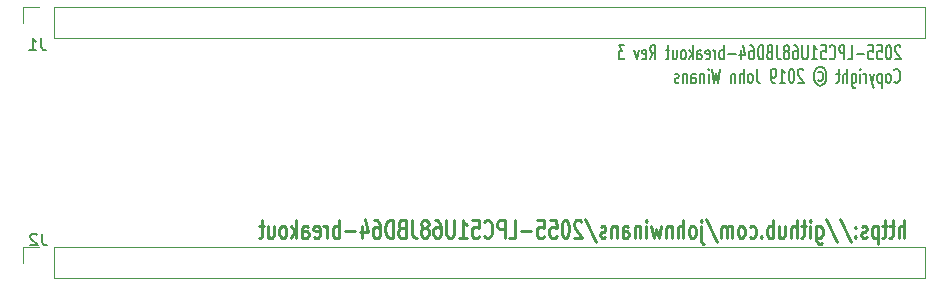
<source format=gbo>
G04 #@! TF.GenerationSoftware,KiCad,Pcbnew,5.1.3-ffb9f22~84~ubuntu18.04.1*
G04 #@! TF.CreationDate,2019-07-27T16:59:01-05:00*
G04 #@! TF.ProjectId,2055-LPC51U68JBD64-breakout,32303535-2d4c-4504-9335-315536384a42,rev?*
G04 #@! TF.SameCoordinates,Original*
G04 #@! TF.FileFunction,Legend,Bot*
G04 #@! TF.FilePolarity,Positive*
%FSLAX46Y46*%
G04 Gerber Fmt 4.6, Leading zero omitted, Abs format (unit mm)*
G04 Created by KiCad (PCBNEW 5.1.3-ffb9f22~84~ubuntu18.04.1) date 2019-07-27 16:59:01*
%MOMM*%
%LPD*%
G04 APERTURE LIST*
%ADD10C,0.275000*%
%ADD11C,0.200000*%
%ADD12C,0.120000*%
%ADD13C,0.150000*%
%ADD14O,2.776200X1.776200*%
%ADD15O,1.726200X1.176200*%
%ADD16R,1.776200X1.776200*%
%ADD17O,1.776200X1.776200*%
%ADD18C,2.276200*%
%ADD19R,2.276200X2.276200*%
G04 APERTURE END LIST*
D10*
X187004095Y-109136571D02*
X187004095Y-107636571D01*
X186532666Y-109136571D02*
X186532666Y-108350857D01*
X186585047Y-108208000D01*
X186689809Y-108136571D01*
X186846952Y-108136571D01*
X186951714Y-108208000D01*
X187004095Y-108279428D01*
X186166000Y-108136571D02*
X185746952Y-108136571D01*
X186008857Y-107636571D02*
X186008857Y-108922285D01*
X185956476Y-109065142D01*
X185851714Y-109136571D01*
X185746952Y-109136571D01*
X185537428Y-108136571D02*
X185118380Y-108136571D01*
X185380285Y-107636571D02*
X185380285Y-108922285D01*
X185327904Y-109065142D01*
X185223142Y-109136571D01*
X185118380Y-109136571D01*
X184751714Y-108136571D02*
X184751714Y-109636571D01*
X184751714Y-108208000D02*
X184646952Y-108136571D01*
X184437428Y-108136571D01*
X184332666Y-108208000D01*
X184280285Y-108279428D01*
X184227904Y-108422285D01*
X184227904Y-108850857D01*
X184280285Y-108993714D01*
X184332666Y-109065142D01*
X184437428Y-109136571D01*
X184646952Y-109136571D01*
X184751714Y-109065142D01*
X183808857Y-109065142D02*
X183704095Y-109136571D01*
X183494571Y-109136571D01*
X183389809Y-109065142D01*
X183337428Y-108922285D01*
X183337428Y-108850857D01*
X183389809Y-108708000D01*
X183494571Y-108636571D01*
X183651714Y-108636571D01*
X183756476Y-108565142D01*
X183808857Y-108422285D01*
X183808857Y-108350857D01*
X183756476Y-108208000D01*
X183651714Y-108136571D01*
X183494571Y-108136571D01*
X183389809Y-108208000D01*
X182866000Y-108993714D02*
X182813619Y-109065142D01*
X182866000Y-109136571D01*
X182918380Y-109065142D01*
X182866000Y-108993714D01*
X182866000Y-109136571D01*
X182866000Y-108208000D02*
X182813619Y-108279428D01*
X182866000Y-108350857D01*
X182918380Y-108279428D01*
X182866000Y-108208000D01*
X182866000Y-108350857D01*
X181556476Y-107565142D02*
X182499333Y-109493714D01*
X180404095Y-107565142D02*
X181346952Y-109493714D01*
X179566000Y-108136571D02*
X179566000Y-109350857D01*
X179618380Y-109493714D01*
X179670761Y-109565142D01*
X179775523Y-109636571D01*
X179932666Y-109636571D01*
X180037428Y-109565142D01*
X179566000Y-109065142D02*
X179670761Y-109136571D01*
X179880285Y-109136571D01*
X179985047Y-109065142D01*
X180037428Y-108993714D01*
X180089809Y-108850857D01*
X180089809Y-108422285D01*
X180037428Y-108279428D01*
X179985047Y-108208000D01*
X179880285Y-108136571D01*
X179670761Y-108136571D01*
X179566000Y-108208000D01*
X179042190Y-109136571D02*
X179042190Y-108136571D01*
X179042190Y-107636571D02*
X179094571Y-107708000D01*
X179042190Y-107779428D01*
X178989809Y-107708000D01*
X179042190Y-107636571D01*
X179042190Y-107779428D01*
X178675523Y-108136571D02*
X178256476Y-108136571D01*
X178518380Y-107636571D02*
X178518380Y-108922285D01*
X178466000Y-109065142D01*
X178361238Y-109136571D01*
X178256476Y-109136571D01*
X177889809Y-109136571D02*
X177889809Y-107636571D01*
X177418380Y-109136571D02*
X177418380Y-108350857D01*
X177470761Y-108208000D01*
X177575523Y-108136571D01*
X177732666Y-108136571D01*
X177837428Y-108208000D01*
X177889809Y-108279428D01*
X176423142Y-108136571D02*
X176423142Y-109136571D01*
X176894571Y-108136571D02*
X176894571Y-108922285D01*
X176842190Y-109065142D01*
X176737428Y-109136571D01*
X176580285Y-109136571D01*
X176475523Y-109065142D01*
X176423142Y-108993714D01*
X175899333Y-109136571D02*
X175899333Y-107636571D01*
X175899333Y-108208000D02*
X175794571Y-108136571D01*
X175585047Y-108136571D01*
X175480285Y-108208000D01*
X175427904Y-108279428D01*
X175375523Y-108422285D01*
X175375523Y-108850857D01*
X175427904Y-108993714D01*
X175480285Y-109065142D01*
X175585047Y-109136571D01*
X175794571Y-109136571D01*
X175899333Y-109065142D01*
X174904095Y-108993714D02*
X174851714Y-109065142D01*
X174904095Y-109136571D01*
X174956476Y-109065142D01*
X174904095Y-108993714D01*
X174904095Y-109136571D01*
X173908857Y-109065142D02*
X174013619Y-109136571D01*
X174223142Y-109136571D01*
X174327904Y-109065142D01*
X174380285Y-108993714D01*
X174432666Y-108850857D01*
X174432666Y-108422285D01*
X174380285Y-108279428D01*
X174327904Y-108208000D01*
X174223142Y-108136571D01*
X174013619Y-108136571D01*
X173908857Y-108208000D01*
X173280285Y-109136571D02*
X173385047Y-109065142D01*
X173437428Y-108993714D01*
X173489809Y-108850857D01*
X173489809Y-108422285D01*
X173437428Y-108279428D01*
X173385047Y-108208000D01*
X173280285Y-108136571D01*
X173123142Y-108136571D01*
X173018380Y-108208000D01*
X172966000Y-108279428D01*
X172913619Y-108422285D01*
X172913619Y-108850857D01*
X172966000Y-108993714D01*
X173018380Y-109065142D01*
X173123142Y-109136571D01*
X173280285Y-109136571D01*
X172442190Y-109136571D02*
X172442190Y-108136571D01*
X172442190Y-108279428D02*
X172389809Y-108208000D01*
X172285047Y-108136571D01*
X172127904Y-108136571D01*
X172023142Y-108208000D01*
X171970761Y-108350857D01*
X171970761Y-109136571D01*
X171970761Y-108350857D02*
X171918380Y-108208000D01*
X171813619Y-108136571D01*
X171656476Y-108136571D01*
X171551714Y-108208000D01*
X171499333Y-108350857D01*
X171499333Y-109136571D01*
X170189809Y-107565142D02*
X171132666Y-109493714D01*
X169823142Y-108136571D02*
X169823142Y-109422285D01*
X169875523Y-109565142D01*
X169980285Y-109636571D01*
X170032666Y-109636571D01*
X169823142Y-107636571D02*
X169875523Y-107708000D01*
X169823142Y-107779428D01*
X169770761Y-107708000D01*
X169823142Y-107636571D01*
X169823142Y-107779428D01*
X169142190Y-109136571D02*
X169246952Y-109065142D01*
X169299333Y-108993714D01*
X169351714Y-108850857D01*
X169351714Y-108422285D01*
X169299333Y-108279428D01*
X169246952Y-108208000D01*
X169142190Y-108136571D01*
X168985047Y-108136571D01*
X168880285Y-108208000D01*
X168827904Y-108279428D01*
X168775523Y-108422285D01*
X168775523Y-108850857D01*
X168827904Y-108993714D01*
X168880285Y-109065142D01*
X168985047Y-109136571D01*
X169142190Y-109136571D01*
X168304095Y-109136571D02*
X168304095Y-107636571D01*
X167832666Y-109136571D02*
X167832666Y-108350857D01*
X167885047Y-108208000D01*
X167989809Y-108136571D01*
X168146952Y-108136571D01*
X168251714Y-108208000D01*
X168304095Y-108279428D01*
X167308857Y-108136571D02*
X167308857Y-109136571D01*
X167308857Y-108279428D02*
X167256476Y-108208000D01*
X167151714Y-108136571D01*
X166994571Y-108136571D01*
X166889809Y-108208000D01*
X166837428Y-108350857D01*
X166837428Y-109136571D01*
X166418380Y-108136571D02*
X166208857Y-109136571D01*
X165999333Y-108422285D01*
X165789809Y-109136571D01*
X165580285Y-108136571D01*
X165161238Y-109136571D02*
X165161238Y-108136571D01*
X165161238Y-107636571D02*
X165213619Y-107708000D01*
X165161238Y-107779428D01*
X165108857Y-107708000D01*
X165161238Y-107636571D01*
X165161238Y-107779428D01*
X164637428Y-108136571D02*
X164637428Y-109136571D01*
X164637428Y-108279428D02*
X164585047Y-108208000D01*
X164480285Y-108136571D01*
X164323142Y-108136571D01*
X164218380Y-108208000D01*
X164166000Y-108350857D01*
X164166000Y-109136571D01*
X163170761Y-109136571D02*
X163170761Y-108350857D01*
X163223142Y-108208000D01*
X163327904Y-108136571D01*
X163537428Y-108136571D01*
X163642190Y-108208000D01*
X163170761Y-109065142D02*
X163275523Y-109136571D01*
X163537428Y-109136571D01*
X163642190Y-109065142D01*
X163694571Y-108922285D01*
X163694571Y-108779428D01*
X163642190Y-108636571D01*
X163537428Y-108565142D01*
X163275523Y-108565142D01*
X163170761Y-108493714D01*
X162646952Y-108136571D02*
X162646952Y-109136571D01*
X162646952Y-108279428D02*
X162594571Y-108208000D01*
X162489809Y-108136571D01*
X162332666Y-108136571D01*
X162227904Y-108208000D01*
X162175523Y-108350857D01*
X162175523Y-109136571D01*
X161704095Y-109065142D02*
X161599333Y-109136571D01*
X161389809Y-109136571D01*
X161285047Y-109065142D01*
X161232666Y-108922285D01*
X161232666Y-108850857D01*
X161285047Y-108708000D01*
X161389809Y-108636571D01*
X161546952Y-108636571D01*
X161651714Y-108565142D01*
X161704095Y-108422285D01*
X161704095Y-108350857D01*
X161651714Y-108208000D01*
X161546952Y-108136571D01*
X161389809Y-108136571D01*
X161285047Y-108208000D01*
X159975523Y-107565142D02*
X160918380Y-109493714D01*
X159661238Y-107779428D02*
X159608857Y-107708000D01*
X159504095Y-107636571D01*
X159242190Y-107636571D01*
X159137428Y-107708000D01*
X159085047Y-107779428D01*
X159032666Y-107922285D01*
X159032666Y-108065142D01*
X159085047Y-108279428D01*
X159713619Y-109136571D01*
X159032666Y-109136571D01*
X158351714Y-107636571D02*
X158246952Y-107636571D01*
X158142190Y-107708000D01*
X158089809Y-107779428D01*
X158037428Y-107922285D01*
X157985047Y-108208000D01*
X157985047Y-108565142D01*
X158037428Y-108850857D01*
X158089809Y-108993714D01*
X158142190Y-109065142D01*
X158246952Y-109136571D01*
X158351714Y-109136571D01*
X158456476Y-109065142D01*
X158508857Y-108993714D01*
X158561238Y-108850857D01*
X158613619Y-108565142D01*
X158613619Y-108208000D01*
X158561238Y-107922285D01*
X158508857Y-107779428D01*
X158456476Y-107708000D01*
X158351714Y-107636571D01*
X156989809Y-107636571D02*
X157513619Y-107636571D01*
X157565999Y-108350857D01*
X157513619Y-108279428D01*
X157408857Y-108208000D01*
X157146952Y-108208000D01*
X157042190Y-108279428D01*
X156989809Y-108350857D01*
X156937428Y-108493714D01*
X156937428Y-108850857D01*
X156989809Y-108993714D01*
X157042190Y-109065142D01*
X157146952Y-109136571D01*
X157408857Y-109136571D01*
X157513619Y-109065142D01*
X157565999Y-108993714D01*
X155942190Y-107636571D02*
X156465999Y-107636571D01*
X156518380Y-108350857D01*
X156465999Y-108279428D01*
X156361238Y-108208000D01*
X156099333Y-108208000D01*
X155994571Y-108279428D01*
X155942190Y-108350857D01*
X155889809Y-108493714D01*
X155889809Y-108850857D01*
X155942190Y-108993714D01*
X155994571Y-109065142D01*
X156099333Y-109136571D01*
X156361238Y-109136571D01*
X156465999Y-109065142D01*
X156518380Y-108993714D01*
X155418380Y-108565142D02*
X154580285Y-108565142D01*
X153532666Y-109136571D02*
X154056476Y-109136571D01*
X154056476Y-107636571D01*
X153165999Y-109136571D02*
X153165999Y-107636571D01*
X152746952Y-107636571D01*
X152642190Y-107708000D01*
X152589809Y-107779428D01*
X152537428Y-107922285D01*
X152537428Y-108136571D01*
X152589809Y-108279428D01*
X152642190Y-108350857D01*
X152746952Y-108422285D01*
X153165999Y-108422285D01*
X151437428Y-108993714D02*
X151489809Y-109065142D01*
X151646952Y-109136571D01*
X151751714Y-109136571D01*
X151908857Y-109065142D01*
X152013619Y-108922285D01*
X152065999Y-108779428D01*
X152118380Y-108493714D01*
X152118380Y-108279428D01*
X152065999Y-107993714D01*
X152013619Y-107850857D01*
X151908857Y-107708000D01*
X151751714Y-107636571D01*
X151646952Y-107636571D01*
X151489809Y-107708000D01*
X151437428Y-107779428D01*
X150442190Y-107636571D02*
X150965999Y-107636571D01*
X151018380Y-108350857D01*
X150965999Y-108279428D01*
X150861238Y-108208000D01*
X150599333Y-108208000D01*
X150494571Y-108279428D01*
X150442190Y-108350857D01*
X150389809Y-108493714D01*
X150389809Y-108850857D01*
X150442190Y-108993714D01*
X150494571Y-109065142D01*
X150599333Y-109136571D01*
X150861238Y-109136571D01*
X150965999Y-109065142D01*
X151018380Y-108993714D01*
X149342190Y-109136571D02*
X149970761Y-109136571D01*
X149656476Y-109136571D02*
X149656476Y-107636571D01*
X149761238Y-107850857D01*
X149865999Y-107993714D01*
X149970761Y-108065142D01*
X148870761Y-107636571D02*
X148870761Y-108850857D01*
X148818380Y-108993714D01*
X148765999Y-109065142D01*
X148661238Y-109136571D01*
X148451714Y-109136571D01*
X148346952Y-109065142D01*
X148294571Y-108993714D01*
X148242190Y-108850857D01*
X148242190Y-107636571D01*
X147246952Y-107636571D02*
X147456476Y-107636571D01*
X147561238Y-107708000D01*
X147613619Y-107779428D01*
X147718380Y-107993714D01*
X147770761Y-108279428D01*
X147770761Y-108850857D01*
X147718380Y-108993714D01*
X147665999Y-109065142D01*
X147561238Y-109136571D01*
X147351714Y-109136571D01*
X147246952Y-109065142D01*
X147194571Y-108993714D01*
X147142190Y-108850857D01*
X147142190Y-108493714D01*
X147194571Y-108350857D01*
X147246952Y-108279428D01*
X147351714Y-108208000D01*
X147561238Y-108208000D01*
X147665999Y-108279428D01*
X147718380Y-108350857D01*
X147770761Y-108493714D01*
X146513619Y-108279428D02*
X146618380Y-108208000D01*
X146670761Y-108136571D01*
X146723142Y-107993714D01*
X146723142Y-107922285D01*
X146670761Y-107779428D01*
X146618380Y-107708000D01*
X146513619Y-107636571D01*
X146304095Y-107636571D01*
X146199333Y-107708000D01*
X146146952Y-107779428D01*
X146094571Y-107922285D01*
X146094571Y-107993714D01*
X146146952Y-108136571D01*
X146199333Y-108208000D01*
X146304095Y-108279428D01*
X146513619Y-108279428D01*
X146618380Y-108350857D01*
X146670761Y-108422285D01*
X146723142Y-108565142D01*
X146723142Y-108850857D01*
X146670761Y-108993714D01*
X146618380Y-109065142D01*
X146513619Y-109136571D01*
X146304095Y-109136571D01*
X146199333Y-109065142D01*
X146146952Y-108993714D01*
X146094571Y-108850857D01*
X146094571Y-108565142D01*
X146146952Y-108422285D01*
X146199333Y-108350857D01*
X146304095Y-108279428D01*
X145308857Y-107636571D02*
X145308857Y-108708000D01*
X145361238Y-108922285D01*
X145465999Y-109065142D01*
X145623142Y-109136571D01*
X145727904Y-109136571D01*
X144418380Y-108350857D02*
X144261238Y-108422285D01*
X144208857Y-108493714D01*
X144156476Y-108636571D01*
X144156476Y-108850857D01*
X144208857Y-108993714D01*
X144261238Y-109065142D01*
X144365999Y-109136571D01*
X144785047Y-109136571D01*
X144785047Y-107636571D01*
X144418380Y-107636571D01*
X144313619Y-107708000D01*
X144261238Y-107779428D01*
X144208857Y-107922285D01*
X144208857Y-108065142D01*
X144261238Y-108208000D01*
X144313619Y-108279428D01*
X144418380Y-108350857D01*
X144785047Y-108350857D01*
X143685047Y-109136571D02*
X143685047Y-107636571D01*
X143423142Y-107636571D01*
X143265999Y-107708000D01*
X143161238Y-107850857D01*
X143108857Y-107993714D01*
X143056476Y-108279428D01*
X143056476Y-108493714D01*
X143108857Y-108779428D01*
X143161238Y-108922285D01*
X143265999Y-109065142D01*
X143423142Y-109136571D01*
X143685047Y-109136571D01*
X142113619Y-107636571D02*
X142323142Y-107636571D01*
X142427904Y-107708000D01*
X142480285Y-107779428D01*
X142585047Y-107993714D01*
X142637428Y-108279428D01*
X142637428Y-108850857D01*
X142585047Y-108993714D01*
X142532666Y-109065142D01*
X142427904Y-109136571D01*
X142218380Y-109136571D01*
X142113619Y-109065142D01*
X142061238Y-108993714D01*
X142008857Y-108850857D01*
X142008857Y-108493714D01*
X142061238Y-108350857D01*
X142113619Y-108279428D01*
X142218380Y-108208000D01*
X142427904Y-108208000D01*
X142532666Y-108279428D01*
X142585047Y-108350857D01*
X142637428Y-108493714D01*
X141065999Y-108136571D02*
X141065999Y-109136571D01*
X141327904Y-107565142D02*
X141589809Y-108636571D01*
X140908857Y-108636571D01*
X140489809Y-108565142D02*
X139651714Y-108565142D01*
X139127904Y-109136571D02*
X139127904Y-107636571D01*
X139127904Y-108208000D02*
X139023142Y-108136571D01*
X138813619Y-108136571D01*
X138708857Y-108208000D01*
X138656476Y-108279428D01*
X138604095Y-108422285D01*
X138604095Y-108850857D01*
X138656476Y-108993714D01*
X138708857Y-109065142D01*
X138813619Y-109136571D01*
X139023142Y-109136571D01*
X139127904Y-109065142D01*
X138132666Y-109136571D02*
X138132666Y-108136571D01*
X138132666Y-108422285D02*
X138080285Y-108279428D01*
X138027904Y-108208000D01*
X137923142Y-108136571D01*
X137818380Y-108136571D01*
X137032666Y-109065142D02*
X137137428Y-109136571D01*
X137346952Y-109136571D01*
X137451714Y-109065142D01*
X137504095Y-108922285D01*
X137504095Y-108350857D01*
X137451714Y-108208000D01*
X137346952Y-108136571D01*
X137137428Y-108136571D01*
X137032666Y-108208000D01*
X136980285Y-108350857D01*
X136980285Y-108493714D01*
X137504095Y-108636571D01*
X136037428Y-109136571D02*
X136037428Y-108350857D01*
X136089809Y-108208000D01*
X136194571Y-108136571D01*
X136404095Y-108136571D01*
X136508857Y-108208000D01*
X136037428Y-109065142D02*
X136142190Y-109136571D01*
X136404095Y-109136571D01*
X136508857Y-109065142D01*
X136561238Y-108922285D01*
X136561238Y-108779428D01*
X136508857Y-108636571D01*
X136404095Y-108565142D01*
X136142190Y-108565142D01*
X136037428Y-108493714D01*
X135513619Y-109136571D02*
X135513619Y-107636571D01*
X135408857Y-108565142D02*
X135094571Y-109136571D01*
X135094571Y-108136571D02*
X135513619Y-108708000D01*
X134465999Y-109136571D02*
X134570761Y-109065142D01*
X134623142Y-108993714D01*
X134675523Y-108850857D01*
X134675523Y-108422285D01*
X134623142Y-108279428D01*
X134570761Y-108208000D01*
X134465999Y-108136571D01*
X134308857Y-108136571D01*
X134204095Y-108208000D01*
X134151714Y-108279428D01*
X134099333Y-108422285D01*
X134099333Y-108850857D01*
X134151714Y-108993714D01*
X134204095Y-109065142D01*
X134308857Y-109136571D01*
X134465999Y-109136571D01*
X133156476Y-108136571D02*
X133156476Y-109136571D01*
X133627904Y-108136571D02*
X133627904Y-108922285D01*
X133575523Y-109065142D01*
X133470761Y-109136571D01*
X133313619Y-109136571D01*
X133208857Y-109065142D01*
X133156476Y-108993714D01*
X132789809Y-108136571D02*
X132370761Y-108136571D01*
X132632666Y-107636571D02*
X132632666Y-108922285D01*
X132580285Y-109065142D01*
X132475523Y-109136571D01*
X132370761Y-109136571D01*
D11*
X186661619Y-92945142D02*
X186623523Y-92888000D01*
X186547333Y-92830857D01*
X186356857Y-92830857D01*
X186280666Y-92888000D01*
X186242571Y-92945142D01*
X186204476Y-93059428D01*
X186204476Y-93173714D01*
X186242571Y-93345142D01*
X186699714Y-94030857D01*
X186204476Y-94030857D01*
X185709238Y-92830857D02*
X185633047Y-92830857D01*
X185556857Y-92888000D01*
X185518761Y-92945142D01*
X185480666Y-93059428D01*
X185442571Y-93288000D01*
X185442571Y-93573714D01*
X185480666Y-93802285D01*
X185518761Y-93916571D01*
X185556857Y-93973714D01*
X185633047Y-94030857D01*
X185709238Y-94030857D01*
X185785428Y-93973714D01*
X185823523Y-93916571D01*
X185861619Y-93802285D01*
X185899714Y-93573714D01*
X185899714Y-93288000D01*
X185861619Y-93059428D01*
X185823523Y-92945142D01*
X185785428Y-92888000D01*
X185709238Y-92830857D01*
X184718761Y-92830857D02*
X185099714Y-92830857D01*
X185137809Y-93402285D01*
X185099714Y-93345142D01*
X185023523Y-93288000D01*
X184833047Y-93288000D01*
X184756857Y-93345142D01*
X184718761Y-93402285D01*
X184680666Y-93516571D01*
X184680666Y-93802285D01*
X184718761Y-93916571D01*
X184756857Y-93973714D01*
X184833047Y-94030857D01*
X185023523Y-94030857D01*
X185099714Y-93973714D01*
X185137809Y-93916571D01*
X183956857Y-92830857D02*
X184337809Y-92830857D01*
X184375904Y-93402285D01*
X184337809Y-93345142D01*
X184261619Y-93288000D01*
X184071142Y-93288000D01*
X183994952Y-93345142D01*
X183956857Y-93402285D01*
X183918761Y-93516571D01*
X183918761Y-93802285D01*
X183956857Y-93916571D01*
X183994952Y-93973714D01*
X184071142Y-94030857D01*
X184261619Y-94030857D01*
X184337809Y-93973714D01*
X184375904Y-93916571D01*
X183575904Y-93573714D02*
X182966380Y-93573714D01*
X182204476Y-94030857D02*
X182585428Y-94030857D01*
X182585428Y-92830857D01*
X181937809Y-94030857D02*
X181937809Y-92830857D01*
X181633047Y-92830857D01*
X181556857Y-92888000D01*
X181518761Y-92945142D01*
X181480666Y-93059428D01*
X181480666Y-93230857D01*
X181518761Y-93345142D01*
X181556857Y-93402285D01*
X181633047Y-93459428D01*
X181937809Y-93459428D01*
X180680666Y-93916571D02*
X180718761Y-93973714D01*
X180833047Y-94030857D01*
X180909238Y-94030857D01*
X181023523Y-93973714D01*
X181099714Y-93859428D01*
X181137809Y-93745142D01*
X181175904Y-93516571D01*
X181175904Y-93345142D01*
X181137809Y-93116571D01*
X181099714Y-93002285D01*
X181023523Y-92888000D01*
X180909238Y-92830857D01*
X180833047Y-92830857D01*
X180718761Y-92888000D01*
X180680666Y-92945142D01*
X179956857Y-92830857D02*
X180337809Y-92830857D01*
X180375904Y-93402285D01*
X180337809Y-93345142D01*
X180261619Y-93288000D01*
X180071142Y-93288000D01*
X179994952Y-93345142D01*
X179956857Y-93402285D01*
X179918761Y-93516571D01*
X179918761Y-93802285D01*
X179956857Y-93916571D01*
X179994952Y-93973714D01*
X180071142Y-94030857D01*
X180261619Y-94030857D01*
X180337809Y-93973714D01*
X180375904Y-93916571D01*
X179156857Y-94030857D02*
X179614000Y-94030857D01*
X179385428Y-94030857D02*
X179385428Y-92830857D01*
X179461619Y-93002285D01*
X179537809Y-93116571D01*
X179614000Y-93173714D01*
X178814000Y-92830857D02*
X178814000Y-93802285D01*
X178775904Y-93916571D01*
X178737809Y-93973714D01*
X178661619Y-94030857D01*
X178509238Y-94030857D01*
X178433047Y-93973714D01*
X178394952Y-93916571D01*
X178356857Y-93802285D01*
X178356857Y-92830857D01*
X177633047Y-92830857D02*
X177785428Y-92830857D01*
X177861619Y-92888000D01*
X177899714Y-92945142D01*
X177975904Y-93116571D01*
X178014000Y-93345142D01*
X178014000Y-93802285D01*
X177975904Y-93916571D01*
X177937809Y-93973714D01*
X177861619Y-94030857D01*
X177709238Y-94030857D01*
X177633047Y-93973714D01*
X177594952Y-93916571D01*
X177556857Y-93802285D01*
X177556857Y-93516571D01*
X177594952Y-93402285D01*
X177633047Y-93345142D01*
X177709238Y-93288000D01*
X177861619Y-93288000D01*
X177937809Y-93345142D01*
X177975904Y-93402285D01*
X178014000Y-93516571D01*
X177099714Y-93345142D02*
X177175904Y-93288000D01*
X177214000Y-93230857D01*
X177252095Y-93116571D01*
X177252095Y-93059428D01*
X177214000Y-92945142D01*
X177175904Y-92888000D01*
X177099714Y-92830857D01*
X176947333Y-92830857D01*
X176871142Y-92888000D01*
X176833047Y-92945142D01*
X176794952Y-93059428D01*
X176794952Y-93116571D01*
X176833047Y-93230857D01*
X176871142Y-93288000D01*
X176947333Y-93345142D01*
X177099714Y-93345142D01*
X177175904Y-93402285D01*
X177214000Y-93459428D01*
X177252095Y-93573714D01*
X177252095Y-93802285D01*
X177214000Y-93916571D01*
X177175904Y-93973714D01*
X177099714Y-94030857D01*
X176947333Y-94030857D01*
X176871142Y-93973714D01*
X176833047Y-93916571D01*
X176794952Y-93802285D01*
X176794952Y-93573714D01*
X176833047Y-93459428D01*
X176871142Y-93402285D01*
X176947333Y-93345142D01*
X176223523Y-92830857D02*
X176223523Y-93688000D01*
X176261619Y-93859428D01*
X176337809Y-93973714D01*
X176452095Y-94030857D01*
X176528285Y-94030857D01*
X175575904Y-93402285D02*
X175461619Y-93459428D01*
X175423523Y-93516571D01*
X175385428Y-93630857D01*
X175385428Y-93802285D01*
X175423523Y-93916571D01*
X175461619Y-93973714D01*
X175537809Y-94030857D01*
X175842571Y-94030857D01*
X175842571Y-92830857D01*
X175575904Y-92830857D01*
X175499714Y-92888000D01*
X175461619Y-92945142D01*
X175423523Y-93059428D01*
X175423523Y-93173714D01*
X175461619Y-93288000D01*
X175499714Y-93345142D01*
X175575904Y-93402285D01*
X175842571Y-93402285D01*
X175042571Y-94030857D02*
X175042571Y-92830857D01*
X174852095Y-92830857D01*
X174737809Y-92888000D01*
X174661619Y-93002285D01*
X174623523Y-93116571D01*
X174585428Y-93345142D01*
X174585428Y-93516571D01*
X174623523Y-93745142D01*
X174661619Y-93859428D01*
X174737809Y-93973714D01*
X174852095Y-94030857D01*
X175042571Y-94030857D01*
X173899714Y-92830857D02*
X174052095Y-92830857D01*
X174128285Y-92888000D01*
X174166380Y-92945142D01*
X174242571Y-93116571D01*
X174280666Y-93345142D01*
X174280666Y-93802285D01*
X174242571Y-93916571D01*
X174204476Y-93973714D01*
X174128285Y-94030857D01*
X173975904Y-94030857D01*
X173899714Y-93973714D01*
X173861619Y-93916571D01*
X173823523Y-93802285D01*
X173823523Y-93516571D01*
X173861619Y-93402285D01*
X173899714Y-93345142D01*
X173975904Y-93288000D01*
X174128285Y-93288000D01*
X174204476Y-93345142D01*
X174242571Y-93402285D01*
X174280666Y-93516571D01*
X173137809Y-93230857D02*
X173137809Y-94030857D01*
X173328285Y-92773714D02*
X173518761Y-93630857D01*
X173023523Y-93630857D01*
X172718761Y-93573714D02*
X172109238Y-93573714D01*
X171728285Y-94030857D02*
X171728285Y-92830857D01*
X171728285Y-93288000D02*
X171652095Y-93230857D01*
X171499714Y-93230857D01*
X171423523Y-93288000D01*
X171385428Y-93345142D01*
X171347333Y-93459428D01*
X171347333Y-93802285D01*
X171385428Y-93916571D01*
X171423523Y-93973714D01*
X171499714Y-94030857D01*
X171652095Y-94030857D01*
X171728285Y-93973714D01*
X171004476Y-94030857D02*
X171004476Y-93230857D01*
X171004476Y-93459428D02*
X170966380Y-93345142D01*
X170928285Y-93288000D01*
X170852095Y-93230857D01*
X170775904Y-93230857D01*
X170204476Y-93973714D02*
X170280666Y-94030857D01*
X170433047Y-94030857D01*
X170509238Y-93973714D01*
X170547333Y-93859428D01*
X170547333Y-93402285D01*
X170509238Y-93288000D01*
X170433047Y-93230857D01*
X170280666Y-93230857D01*
X170204476Y-93288000D01*
X170166380Y-93402285D01*
X170166380Y-93516571D01*
X170547333Y-93630857D01*
X169480666Y-94030857D02*
X169480666Y-93402285D01*
X169518761Y-93288000D01*
X169594952Y-93230857D01*
X169747333Y-93230857D01*
X169823523Y-93288000D01*
X169480666Y-93973714D02*
X169556857Y-94030857D01*
X169747333Y-94030857D01*
X169823523Y-93973714D01*
X169861619Y-93859428D01*
X169861619Y-93745142D01*
X169823523Y-93630857D01*
X169747333Y-93573714D01*
X169556857Y-93573714D01*
X169480666Y-93516571D01*
X169099714Y-94030857D02*
X169099714Y-92830857D01*
X169023523Y-93573714D02*
X168794952Y-94030857D01*
X168794952Y-93230857D02*
X169099714Y-93688000D01*
X168337809Y-94030857D02*
X168414000Y-93973714D01*
X168452095Y-93916571D01*
X168490190Y-93802285D01*
X168490190Y-93459428D01*
X168452095Y-93345142D01*
X168414000Y-93288000D01*
X168337809Y-93230857D01*
X168223523Y-93230857D01*
X168147333Y-93288000D01*
X168109238Y-93345142D01*
X168071142Y-93459428D01*
X168071142Y-93802285D01*
X168109238Y-93916571D01*
X168147333Y-93973714D01*
X168223523Y-94030857D01*
X168337809Y-94030857D01*
X167385428Y-93230857D02*
X167385428Y-94030857D01*
X167728285Y-93230857D02*
X167728285Y-93859428D01*
X167690190Y-93973714D01*
X167614000Y-94030857D01*
X167499714Y-94030857D01*
X167423523Y-93973714D01*
X167385428Y-93916571D01*
X167118761Y-93230857D02*
X166814000Y-93230857D01*
X167004476Y-92830857D02*
X167004476Y-93859428D01*
X166966380Y-93973714D01*
X166890190Y-94030857D01*
X166814000Y-94030857D01*
X165480666Y-94030857D02*
X165747333Y-93459428D01*
X165937809Y-94030857D02*
X165937809Y-92830857D01*
X165633047Y-92830857D01*
X165556857Y-92888000D01*
X165518761Y-92945142D01*
X165480666Y-93059428D01*
X165480666Y-93230857D01*
X165518761Y-93345142D01*
X165556857Y-93402285D01*
X165633047Y-93459428D01*
X165937809Y-93459428D01*
X164833047Y-93973714D02*
X164909238Y-94030857D01*
X165061619Y-94030857D01*
X165137809Y-93973714D01*
X165175904Y-93859428D01*
X165175904Y-93402285D01*
X165137809Y-93288000D01*
X165061619Y-93230857D01*
X164909238Y-93230857D01*
X164833047Y-93288000D01*
X164794952Y-93402285D01*
X164794952Y-93516571D01*
X165175904Y-93630857D01*
X164528285Y-93230857D02*
X164337809Y-94030857D01*
X164147333Y-93230857D01*
X163309238Y-92830857D02*
X162814000Y-92830857D01*
X163080666Y-93288000D01*
X162966380Y-93288000D01*
X162890190Y-93345142D01*
X162852095Y-93402285D01*
X162814000Y-93516571D01*
X162814000Y-93802285D01*
X162852095Y-93916571D01*
X162890190Y-93973714D01*
X162966380Y-94030857D01*
X163194952Y-94030857D01*
X163271142Y-93973714D01*
X163309238Y-93916571D01*
X186166380Y-95916571D02*
X186204476Y-95973714D01*
X186318761Y-96030857D01*
X186394952Y-96030857D01*
X186509238Y-95973714D01*
X186585428Y-95859428D01*
X186623523Y-95745142D01*
X186661619Y-95516571D01*
X186661619Y-95345142D01*
X186623523Y-95116571D01*
X186585428Y-95002285D01*
X186509238Y-94888000D01*
X186394952Y-94830857D01*
X186318761Y-94830857D01*
X186204476Y-94888000D01*
X186166380Y-94945142D01*
X185709238Y-96030857D02*
X185785428Y-95973714D01*
X185823523Y-95916571D01*
X185861619Y-95802285D01*
X185861619Y-95459428D01*
X185823523Y-95345142D01*
X185785428Y-95288000D01*
X185709238Y-95230857D01*
X185594952Y-95230857D01*
X185518761Y-95288000D01*
X185480666Y-95345142D01*
X185442571Y-95459428D01*
X185442571Y-95802285D01*
X185480666Y-95916571D01*
X185518761Y-95973714D01*
X185594952Y-96030857D01*
X185709238Y-96030857D01*
X185099714Y-95230857D02*
X185099714Y-96430857D01*
X185099714Y-95288000D02*
X185023523Y-95230857D01*
X184871142Y-95230857D01*
X184794952Y-95288000D01*
X184756857Y-95345142D01*
X184718761Y-95459428D01*
X184718761Y-95802285D01*
X184756857Y-95916571D01*
X184794952Y-95973714D01*
X184871142Y-96030857D01*
X185023523Y-96030857D01*
X185099714Y-95973714D01*
X184452095Y-95230857D02*
X184261619Y-96030857D01*
X184071142Y-95230857D02*
X184261619Y-96030857D01*
X184337809Y-96316571D01*
X184375904Y-96373714D01*
X184452095Y-96430857D01*
X183766380Y-96030857D02*
X183766380Y-95230857D01*
X183766380Y-95459428D02*
X183728285Y-95345142D01*
X183690190Y-95288000D01*
X183614000Y-95230857D01*
X183537809Y-95230857D01*
X183271142Y-96030857D02*
X183271142Y-95230857D01*
X183271142Y-94830857D02*
X183309238Y-94888000D01*
X183271142Y-94945142D01*
X183233047Y-94888000D01*
X183271142Y-94830857D01*
X183271142Y-94945142D01*
X182547333Y-95230857D02*
X182547333Y-96202285D01*
X182585428Y-96316571D01*
X182623523Y-96373714D01*
X182699714Y-96430857D01*
X182814000Y-96430857D01*
X182890190Y-96373714D01*
X182547333Y-95973714D02*
X182623523Y-96030857D01*
X182775904Y-96030857D01*
X182852095Y-95973714D01*
X182890190Y-95916571D01*
X182928285Y-95802285D01*
X182928285Y-95459428D01*
X182890190Y-95345142D01*
X182852095Y-95288000D01*
X182775904Y-95230857D01*
X182623523Y-95230857D01*
X182547333Y-95288000D01*
X182166380Y-96030857D02*
X182166380Y-94830857D01*
X181823523Y-96030857D02*
X181823523Y-95402285D01*
X181861619Y-95288000D01*
X181937809Y-95230857D01*
X182052095Y-95230857D01*
X182128285Y-95288000D01*
X182166380Y-95345142D01*
X181556857Y-95230857D02*
X181252095Y-95230857D01*
X181442571Y-94830857D02*
X181442571Y-95859428D01*
X181404476Y-95973714D01*
X181328285Y-96030857D01*
X181252095Y-96030857D01*
X179728285Y-95116571D02*
X179804476Y-95059428D01*
X179956857Y-95059428D01*
X180033047Y-95116571D01*
X180109238Y-95230857D01*
X180147333Y-95345142D01*
X180147333Y-95573714D01*
X180109238Y-95688000D01*
X180033047Y-95802285D01*
X179956857Y-95859428D01*
X179804476Y-95859428D01*
X179728285Y-95802285D01*
X179880666Y-94659428D02*
X180071142Y-94716571D01*
X180261619Y-94888000D01*
X180375904Y-95173714D01*
X180414000Y-95459428D01*
X180375904Y-95745142D01*
X180261619Y-96030857D01*
X180071142Y-96202285D01*
X179880666Y-96259428D01*
X179690190Y-96202285D01*
X179499714Y-96030857D01*
X179385428Y-95745142D01*
X179347333Y-95459428D01*
X179385428Y-95173714D01*
X179499714Y-94888000D01*
X179690190Y-94716571D01*
X179880666Y-94659428D01*
X178433047Y-94945142D02*
X178394952Y-94888000D01*
X178318761Y-94830857D01*
X178128285Y-94830857D01*
X178052095Y-94888000D01*
X178014000Y-94945142D01*
X177975904Y-95059428D01*
X177975904Y-95173714D01*
X178014000Y-95345142D01*
X178471142Y-96030857D01*
X177975904Y-96030857D01*
X177480666Y-94830857D02*
X177404476Y-94830857D01*
X177328285Y-94888000D01*
X177290190Y-94945142D01*
X177252095Y-95059428D01*
X177214000Y-95288000D01*
X177214000Y-95573714D01*
X177252095Y-95802285D01*
X177290190Y-95916571D01*
X177328285Y-95973714D01*
X177404476Y-96030857D01*
X177480666Y-96030857D01*
X177556857Y-95973714D01*
X177594952Y-95916571D01*
X177633047Y-95802285D01*
X177671142Y-95573714D01*
X177671142Y-95288000D01*
X177633047Y-95059428D01*
X177594952Y-94945142D01*
X177556857Y-94888000D01*
X177480666Y-94830857D01*
X176452095Y-96030857D02*
X176909238Y-96030857D01*
X176680666Y-96030857D02*
X176680666Y-94830857D01*
X176756857Y-95002285D01*
X176833047Y-95116571D01*
X176909238Y-95173714D01*
X176071142Y-96030857D02*
X175918761Y-96030857D01*
X175842571Y-95973714D01*
X175804476Y-95916571D01*
X175728285Y-95745142D01*
X175690190Y-95516571D01*
X175690190Y-95059428D01*
X175728285Y-94945142D01*
X175766380Y-94888000D01*
X175842571Y-94830857D01*
X175994952Y-94830857D01*
X176071142Y-94888000D01*
X176109238Y-94945142D01*
X176147333Y-95059428D01*
X176147333Y-95345142D01*
X176109238Y-95459428D01*
X176071142Y-95516571D01*
X175994952Y-95573714D01*
X175842571Y-95573714D01*
X175766380Y-95516571D01*
X175728285Y-95459428D01*
X175690190Y-95345142D01*
X174509238Y-94830857D02*
X174509238Y-95688000D01*
X174547333Y-95859428D01*
X174623523Y-95973714D01*
X174737809Y-96030857D01*
X174814000Y-96030857D01*
X174014000Y-96030857D02*
X174090190Y-95973714D01*
X174128285Y-95916571D01*
X174166380Y-95802285D01*
X174166380Y-95459428D01*
X174128285Y-95345142D01*
X174090190Y-95288000D01*
X174014000Y-95230857D01*
X173899714Y-95230857D01*
X173823523Y-95288000D01*
X173785428Y-95345142D01*
X173747333Y-95459428D01*
X173747333Y-95802285D01*
X173785428Y-95916571D01*
X173823523Y-95973714D01*
X173899714Y-96030857D01*
X174014000Y-96030857D01*
X173404476Y-96030857D02*
X173404476Y-94830857D01*
X173061619Y-96030857D02*
X173061619Y-95402285D01*
X173099714Y-95288000D01*
X173175904Y-95230857D01*
X173290190Y-95230857D01*
X173366380Y-95288000D01*
X173404476Y-95345142D01*
X172680666Y-95230857D02*
X172680666Y-96030857D01*
X172680666Y-95345142D02*
X172642571Y-95288000D01*
X172566380Y-95230857D01*
X172452095Y-95230857D01*
X172375904Y-95288000D01*
X172337809Y-95402285D01*
X172337809Y-96030857D01*
X171423523Y-94830857D02*
X171233047Y-96030857D01*
X171080666Y-95173714D01*
X170928285Y-96030857D01*
X170737809Y-94830857D01*
X170433047Y-96030857D02*
X170433047Y-95230857D01*
X170433047Y-94830857D02*
X170471142Y-94888000D01*
X170433047Y-94945142D01*
X170394952Y-94888000D01*
X170433047Y-94830857D01*
X170433047Y-94945142D01*
X170052095Y-95230857D02*
X170052095Y-96030857D01*
X170052095Y-95345142D02*
X170014000Y-95288000D01*
X169937809Y-95230857D01*
X169823523Y-95230857D01*
X169747333Y-95288000D01*
X169709238Y-95402285D01*
X169709238Y-96030857D01*
X168985428Y-96030857D02*
X168985428Y-95402285D01*
X169023523Y-95288000D01*
X169099714Y-95230857D01*
X169252095Y-95230857D01*
X169328285Y-95288000D01*
X168985428Y-95973714D02*
X169061619Y-96030857D01*
X169252095Y-96030857D01*
X169328285Y-95973714D01*
X169366380Y-95859428D01*
X169366380Y-95745142D01*
X169328285Y-95630857D01*
X169252095Y-95573714D01*
X169061619Y-95573714D01*
X168985428Y-95516571D01*
X168604476Y-95230857D02*
X168604476Y-96030857D01*
X168604476Y-95345142D02*
X168566380Y-95288000D01*
X168490190Y-95230857D01*
X168375904Y-95230857D01*
X168299714Y-95288000D01*
X168261619Y-95402285D01*
X168261619Y-96030857D01*
X167918761Y-95973714D02*
X167842571Y-96030857D01*
X167690190Y-96030857D01*
X167614000Y-95973714D01*
X167575904Y-95859428D01*
X167575904Y-95802285D01*
X167614000Y-95688000D01*
X167690190Y-95630857D01*
X167804476Y-95630857D01*
X167880666Y-95573714D01*
X167918761Y-95459428D01*
X167918761Y-95402285D01*
X167880666Y-95288000D01*
X167804476Y-95230857D01*
X167690190Y-95230857D01*
X167614000Y-95288000D01*
D12*
X188731200Y-89602000D02*
X188731200Y-92262000D01*
X115011200Y-89602000D02*
X188731200Y-89602000D01*
X115011200Y-92262000D02*
X188731200Y-92262000D01*
X115011200Y-89602000D02*
X115011200Y-92262000D01*
X113741200Y-89602000D02*
X112411200Y-89602000D01*
X112411200Y-89602000D02*
X112411200Y-90932000D01*
X112411200Y-109922000D02*
X112411200Y-111252000D01*
X113741200Y-109922000D02*
X112411200Y-109922000D01*
X115011200Y-109922000D02*
X115011200Y-112582000D01*
X115011200Y-112582000D02*
X188731200Y-112582000D01*
X115011200Y-109922000D02*
X188731200Y-109922000D01*
X188731200Y-109922000D02*
X188731200Y-112582000D01*
D13*
X113922979Y-92250101D02*
X113922979Y-92964387D01*
X113970598Y-93107244D01*
X114065836Y-93202482D01*
X114208693Y-93250101D01*
X114303931Y-93250101D01*
X112922979Y-93250101D02*
X113494407Y-93250101D01*
X113208693Y-93250101D02*
X113208693Y-92250101D01*
X113303931Y-92392959D01*
X113399169Y-92488197D01*
X113494407Y-92535816D01*
X113999179Y-108785501D02*
X113999179Y-109499787D01*
X114046798Y-109642644D01*
X114142036Y-109737882D01*
X114284893Y-109785501D01*
X114380131Y-109785501D01*
X113570607Y-108880740D02*
X113522988Y-108833121D01*
X113427750Y-108785501D01*
X113189655Y-108785501D01*
X113094417Y-108833121D01*
X113046798Y-108880740D01*
X112999179Y-108975978D01*
X112999179Y-109071216D01*
X113046798Y-109214073D01*
X113618226Y-109785501D01*
X112999179Y-109785501D01*
%LPC*%
D14*
X115473000Y-107155000D03*
X115473000Y-99855000D03*
D15*
X119048000Y-104305000D03*
X119048000Y-102705000D03*
X120798000Y-105105000D03*
X120798000Y-101905000D03*
X120798000Y-103505000D03*
D16*
X113741200Y-90932000D03*
D17*
X116281200Y-90932000D03*
X118821200Y-90932000D03*
X121361200Y-90932000D03*
X123901200Y-90932000D03*
X126441200Y-90932000D03*
X128981200Y-90932000D03*
X131521200Y-90932000D03*
X134061200Y-90932000D03*
X136601200Y-90932000D03*
X139141200Y-90932000D03*
X141681200Y-90932000D03*
X144221200Y-90932000D03*
X146761200Y-90932000D03*
X149301200Y-90932000D03*
X151841200Y-90932000D03*
X154381200Y-90932000D03*
X156921200Y-90932000D03*
X159461200Y-90932000D03*
X162001200Y-90932000D03*
X164541200Y-90932000D03*
X167081200Y-90932000D03*
X169621200Y-90932000D03*
X172161200Y-90932000D03*
X174701200Y-90932000D03*
X177241200Y-90932000D03*
X179781200Y-90932000D03*
X182321200Y-90932000D03*
X184861200Y-90932000D03*
X187401200Y-90932000D03*
X187401200Y-111252000D03*
X184861200Y-111252000D03*
X182321200Y-111252000D03*
X179781200Y-111252000D03*
X177241200Y-111252000D03*
X174701200Y-111252000D03*
X172161200Y-111252000D03*
X169621200Y-111252000D03*
X167081200Y-111252000D03*
X164541200Y-111252000D03*
X162001200Y-111252000D03*
X159461200Y-111252000D03*
X156921200Y-111252000D03*
X154381200Y-111252000D03*
X151841200Y-111252000D03*
X149301200Y-111252000D03*
X146761200Y-111252000D03*
X144221200Y-111252000D03*
X141681200Y-111252000D03*
X139141200Y-111252000D03*
X136601200Y-111252000D03*
X134061200Y-111252000D03*
X131521200Y-111252000D03*
X128981200Y-111252000D03*
X126441200Y-111252000D03*
X123901200Y-111252000D03*
X121361200Y-111252000D03*
X118821200Y-111252000D03*
X116281200Y-111252000D03*
D16*
X113741200Y-111252000D03*
D18*
X177927000Y-100656000D03*
X171427000Y-100656000D03*
X171427000Y-105156000D03*
D19*
X177927000Y-105156000D03*
X187198000Y-105156000D03*
D18*
X180698000Y-105156000D03*
X180698000Y-100656000D03*
X187198000Y-100656000D03*
M02*

</source>
